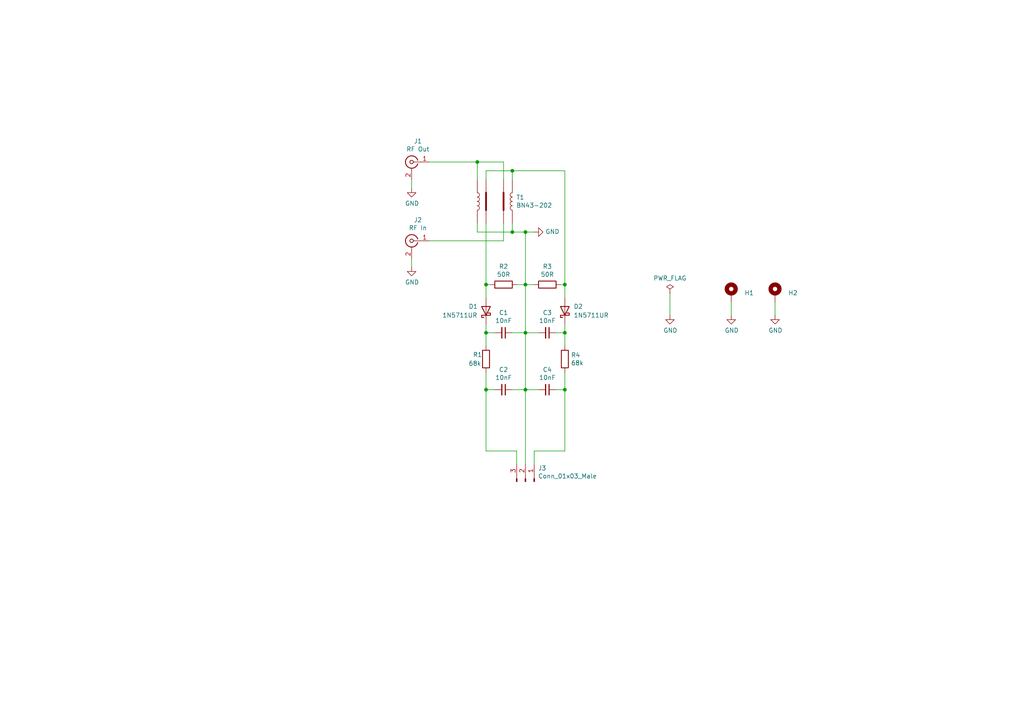
<source format=kicad_sch>
(kicad_sch (version 20210621) (generator eeschema)
  (paper "A4")
  (title_block (title "SWR/Power meter") (date "2021-03-20") (company "R1CBU"))
  (lib_symbols
    (symbol "Connector:Conn_01x03_Male" (pin_names (offset 1.016) hide)
      (property "Reference" "J" (at 0 5.08 0))
      (property "Value" "Conn_01x03_Male" (at 0 -5.08 0))
      (symbol "Conn_01x03_Male_1_1"
        (rectangle (start 0.8636 -2.413) (end 0 -2.667) (stroke (width 0.1524)) (fill (type outline)))
        (rectangle (start 0.8636 0.127) (end 0 -0.127) (stroke (width 0.1524)) (fill (type outline)))
        (rectangle (start 0.8636 2.667) (end 0 2.413) (stroke (width 0.1524)) (fill (type outline)))
        (polyline (pts (xy 1.27 -2.54) (xy 0.8636 -2.54)) (stroke (width 0.1524)))
        (polyline (pts (xy 1.27 0) (xy 0.8636 0)) (stroke (width 0.1524)))
        (polyline (pts (xy 1.27 2.54) (xy 0.8636 2.54)) (stroke (width 0.1524)))
        (pin passive line (at 5.08 2.54 180) (length 3.81) (name "Pin_1") (number "1"))
        (pin passive line (at 5.08 0 180) (length 3.81) (name "Pin_2") (number "2"))
        (pin passive line (at 5.08 -2.54 180) (length 3.81) (name "Pin_3") (number "3"))
      )
    )
    (symbol "Connector:Conn_Coaxial" (pin_names (offset 1.016) hide)
      (property "Reference" "J" (at 0.254 3.048 0))
      (property "Value" "Conn_Coaxial" (at 2.921 0 90))
      (symbol "Conn_Coaxial_0_1"
        (arc (start -1.778 0.508) (end 1.778 0) (radius (at -0.0508 0) (length 1.8034) (angles 163.6 0)) (stroke (width 0.254)))
        (arc (start 1.778 0) (end -1.778 -0.508) (radius (at -0.0254 0) (length 1.8034) (angles 0 -163.8)) (stroke (width 0.254)))
        (circle (center 0 0) (radius 0.508) (stroke (width 0.2032)))
        (polyline (pts (xy -2.54 0) (xy -0.508 0)))
        (polyline (pts (xy 0 -2.54) (xy 0 -1.778)))
      )
      (symbol "Conn_Coaxial_1_1"
        (pin passive line (at -5.08 0 0) (length 2.54) (name "In") (number "1"))
        (pin passive line (at 0 -5.08 90) (length 2.54) (name "Ext") (number "2"))
      )
    )
    (symbol "Device:C_Small" (pin_numbers hide) (pin_names (offset 0.254) hide)
      (property "Reference" "C" (at 0.254 1.778 0))
      (property "Value" "C_Small" (at 0.254 -2.032 0))
      (symbol "C_Small_0_1"
        (polyline (pts (xy -1.524 -0.508) (xy 1.524 -0.508)) (stroke (width 0.3302)))
        (polyline (pts (xy -1.524 0.508) (xy 1.524 0.508)) (stroke (width 0.3048)))
      )
      (symbol "C_Small_1_1"
        (pin passive line (at 0 2.54 270) (length 2.032) (name "~") (number "1"))
        (pin passive line (at 0 -2.54 90) (length 2.032) (name "~") (number "2"))
      )
    )
    (symbol "Device:R" (pin_numbers hide) (pin_names (offset 0))
      (property "Reference" "R" (at 2.032 0 90))
      (property "Value" "R" (at 0 0 90))
      (symbol "R_0_1"
        (rectangle (start -1.016 -2.54) (end 1.016 2.54) (stroke (width 0.254)))
      )
      (symbol "R_1_1"
        (pin passive line (at 0 3.81 270) (length 1.27) (name "~") (number "1"))
        (pin passive line (at 0 -3.81 90) (length 1.27) (name "~") (number "2"))
      )
    )
    (symbol "Diode:BAT41" (pin_numbers hide) (pin_names (offset 1.016) hide)
      (property "Reference" "D" (at 0 2.54 0))
      (property "Value" "BAT41" (at 0 -2.54 0))
      (symbol "BAT41_0_1"
        (polyline (pts (xy 1.27 0) (xy -1.27 0)))
        (polyline (pts (xy 1.27 1.27) (xy 1.27 -1.27) (xy -1.27 0) (xy 1.27 1.27)) (stroke (width 0.254)))
        (polyline (pts (xy -1.905 0.635) (xy -1.905 1.27) (xy -1.27 1.27) (xy -1.27 -1.27) (xy -0.635 -1.27) (xy -0.635 -0.635)) (stroke (width 0.254)))
      )
      (symbol "BAT41_1_1"
        (pin passive line (at -3.81 0 0) (length 2.54) (name "K") (number "1"))
        (pin passive line (at 3.81 0 180) (length 2.54) (name "A") (number "2"))
      )
    )
    (symbol "Mechanical:MountingHole_Pad" (pin_numbers hide) (pin_names (offset 1.016) hide)
      (property "Reference" "H" (at 0 6.35 0))
      (property "Value" "MountingHole_Pad" (at 0 4.445 0))
      (symbol "MountingHole_Pad_0_1"
        (circle (center 0 1.27) (radius 1.27) (stroke (width 1.27)))
      )
      (symbol "MountingHole_Pad_1_1"
        (pin input line (at 0 -2.54 90) (length 2.54) (name "1") (number "1"))
      )
    )
    (symbol "R1CBU:TandemMatch" (pin_numbers hide) (pin_names (offset 1.016) hide)
      (property "Reference" "T" (at 1.27 -3.81 0))
      (property "Value" "TandemMatch" (at 1.27 8.89 0))
      (symbol "TandemMatch_0_1"
        (arc (start -5.08 -2.54) (end -5.08 -1.27) (radius (at -5.08 -1.905) (length 0.635) (angles -89.9 89.9)))
        (arc (start -5.08 -1.27) (end -5.08 0) (radius (at -5.08 -0.635) (length 0.635) (angles -89.9 89.9)))
        (arc (start -5.08 0) (end -5.08 1.27) (radius (at -5.08 0.635) (length 0.635) (angles -89.9 89.9)))
        (arc (start -5.08 1.27) (end -5.08 2.54) (radius (at -5.08 1.905) (length 0.635) (angles -89.9 89.9)))
        (arc (start 5.08 -1.27) (end 5.08 -2.54) (radius (at 5.08 -1.905) (length 0.635) (angles 90.1 -90.1)))
        (arc (start 5.08 0) (end 5.08 -1.27) (radius (at 5.08 -0.635) (length 0.635) (angles 90.1 -90.1)))
        (arc (start 5.08 1.27) (end 5.08 0) (radius (at 5.08 0.635) (length 0.635) (angles 90.1 -90.1)))
        (arc (start 5.08 2.54) (end 5.08 1.27) (radius (at 5.08 1.905) (length 0.635) (angles 90.1 -90.1)))
        (polyline (pts (xy -5.08 -2.54) (xy -5.08 -3.81)))
        (polyline (pts (xy -5.08 3.81) (xy -5.08 2.54)))
        (polyline (pts (xy -2.54 -2.54) (xy -2.54 -3.81)))
        (polyline (pts (xy -2.54 -2.54) (xy -2.54 2.54)) (stroke (width 0.508)))
        (polyline (pts (xy -2.54 3.81) (xy -2.54 2.54)))
        (polyline (pts (xy 2.54 -2.54) (xy 2.54 -3.81)))
        (polyline (pts (xy 2.54 2.54) (xy 2.54 -2.54)) (stroke (width 0.508)))
        (polyline (pts (xy 2.54 3.81) (xy 2.54 2.54)))
        (polyline (pts (xy 5.08 -2.54) (xy 5.08 -3.81)))
        (polyline (pts (xy 5.08 3.81) (xy 5.08 2.54)))
      )
      (symbol "TandemMatch_1_1"
        (pin passive line (at -5.08 6.35 270) (length 2.54) (name "~") (number "1"))
        (pin passive line (at -2.54 6.35 270) (length 2.54) (name "~") (number "2"))
        (pin passive line (at 2.54 6.35 270) (length 2.54) (name "~") (number "3"))
        (pin passive line (at 5.08 6.35 270) (length 2.54) (name "~") (number "4"))
        (pin passive line (at -5.08 -6.35 90) (length 2.54) (name "~") (number "5"))
        (pin passive line (at -2.54 -6.35 90) (length 2.54) (name "~") (number "6"))
        (pin passive line (at 2.54 -6.35 90) (length 2.54) (name "~") (number "7"))
        (pin passive line (at 5.08 -6.35 90) (length 2.54) (name "~") (number "8"))
      )
    )
    (symbol "power:GND" (power) (pin_names (offset 0))
      (property "Value" "GND" (at 0 -3.81 0))
      (symbol "GND_0_1"
        (polyline (pts (xy 0 0) (xy 0 -1.27) (xy 1.27 -1.27) (xy 0 -2.54) (xy -1.27 -1.27) (xy 0 -1.27)))
      )
      (symbol "GND_1_1"
        (pin power_in line (at 0 0 270) (length 0) hide (name "GND") (number "1"))
      )
    )
    (symbol "power:PWR_FLAG" (power) (pin_numbers hide) (pin_names (offset 0) hide)
      (property "Value" "PWR_FLAG" (at 0 3.81 0))
      (symbol "PWR_FLAG_0_0"
        (pin power_out line (at 0 0 90) (length 0) (name "pwr") (number "1"))
      )
      (symbol "PWR_FLAG_0_1"
        (polyline (pts (xy 0 0) (xy 0 1.27) (xy -1.016 1.905) (xy 0 2.54) (xy 1.016 1.905) (xy 0 1.27)))
      )
    )
  )
  (junction (at 138.43 46.99))
  (junction (at 140.97 82.55))
  (junction (at 140.97 96.52))
  (junction (at 140.97 113.03))
  (junction (at 148.59 49.53))
  (junction (at 148.59 67.31))
  (junction (at 152.4 67.31))
  (junction (at 152.4 82.55))
  (junction (at 152.4 96.52))
  (junction (at 152.4 113.03))
  (junction (at 163.83 82.55))
  (junction (at 163.83 96.52))
  (junction (at 163.83 113.03))
  (wire (pts (xy 119.38 52.07) (xy 119.38 54.61)))
  (wire (pts (xy 119.38 74.93) (xy 119.38 77.47)))
  (wire (pts (xy 138.43 46.99) (xy 124.46 46.99)))
  (wire (pts (xy 138.43 46.99) (xy 138.43 52.07)))
  (wire (pts (xy 138.43 64.77) (xy 138.43 67.31)))
  (wire (pts (xy 138.43 67.31) (xy 148.59 67.31)))
  (wire (pts (xy 140.97 49.53) (xy 148.59 49.53)))
  (wire (pts (xy 140.97 52.07) (xy 140.97 49.53)))
  (wire (pts (xy 140.97 64.77) (xy 140.97 82.55)))
  (wire (pts (xy 140.97 82.55) (xy 140.97 86.36)))
  (wire (pts (xy 140.97 82.55) (xy 142.24 82.55)))
  (wire (pts (xy 140.97 93.98) (xy 140.97 96.52)))
  (wire (pts (xy 140.97 96.52) (xy 140.97 100.33)))
  (wire (pts (xy 140.97 96.52) (xy 143.51 96.52)))
  (wire (pts (xy 140.97 107.95) (xy 140.97 113.03)))
  (wire (pts (xy 140.97 113.03) (xy 140.97 130.81)))
  (wire (pts (xy 140.97 113.03) (xy 143.51 113.03)))
  (wire (pts (xy 140.97 130.81) (xy 149.86 130.81)))
  (wire (pts (xy 146.05 46.99) (xy 138.43 46.99)))
  (wire (pts (xy 146.05 52.07) (xy 146.05 46.99)))
  (wire (pts (xy 146.05 64.77) (xy 146.05 69.85)))
  (wire (pts (xy 146.05 69.85) (xy 124.46 69.85)))
  (wire (pts (xy 148.59 49.53) (xy 148.59 52.07)))
  (wire (pts (xy 148.59 49.53) (xy 163.83 49.53)))
  (wire (pts (xy 148.59 67.31) (xy 148.59 64.77)))
  (wire (pts (xy 148.59 67.31) (xy 152.4 67.31)))
  (wire (pts (xy 148.59 96.52) (xy 152.4 96.52)))
  (wire (pts (xy 148.59 113.03) (xy 152.4 113.03)))
  (wire (pts (xy 149.86 82.55) (xy 152.4 82.55)))
  (wire (pts (xy 149.86 130.81) (xy 149.86 134.62)))
  (wire (pts (xy 152.4 67.31) (xy 152.4 82.55)))
  (wire (pts (xy 152.4 67.31) (xy 154.94 67.31)))
  (wire (pts (xy 152.4 82.55) (xy 152.4 96.52)))
  (wire (pts (xy 152.4 82.55) (xy 154.94 82.55)))
  (wire (pts (xy 152.4 96.52) (xy 152.4 113.03)))
  (wire (pts (xy 152.4 96.52) (xy 156.21 96.52)))
  (wire (pts (xy 152.4 113.03) (xy 152.4 134.62)))
  (wire (pts (xy 152.4 113.03) (xy 156.21 113.03)))
  (wire (pts (xy 154.94 130.81) (xy 154.94 134.62)))
  (wire (pts (xy 161.29 96.52) (xy 163.83 96.52)))
  (wire (pts (xy 161.29 113.03) (xy 163.83 113.03)))
  (wire (pts (xy 163.83 49.53) (xy 163.83 82.55)))
  (wire (pts (xy 163.83 82.55) (xy 162.56 82.55)))
  (wire (pts (xy 163.83 82.55) (xy 163.83 86.36)))
  (wire (pts (xy 163.83 93.98) (xy 163.83 96.52)))
  (wire (pts (xy 163.83 96.52) (xy 163.83 100.33)))
  (wire (pts (xy 163.83 113.03) (xy 163.83 107.95)))
  (wire (pts (xy 163.83 113.03) (xy 163.83 130.81)))
  (wire (pts (xy 163.83 130.81) (xy 154.94 130.81)))
  (wire (pts (xy 194.31 85.09) (xy 194.31 91.44)))
  (wire (pts (xy 212.09 87.63) (xy 212.09 91.44)))
  (wire (pts (xy 224.79 87.63) (xy 224.79 91.44)))
  (symbol (lib_id "power:PWR_FLAG") (at 194.31 85.09 0) (unit 1)
    (property "Reference" "#FLG01" (effects hide))
    (property "Value" "PWR_FLAG" (at 194.31 80.6958 0))
  )
  (symbol (lib_id "power:GND") (at 119.38 54.61 0) (unit 1)
    (property "Reference" "#PWR0101" (effects hide))
    (property "Value" "GND" (at 119.507 59.0042 0))
  )
  (symbol (lib_id "power:GND") (at 119.38 77.47 0) (unit 1)
    (property "Reference" "#PWR0102" (effects hide))
    (property "Value" "GND" (at 119.507 81.8642 0))
  )
  (symbol (lib_id "power:GND") (at 154.94 67.31 90) (unit 1)
    (property "Reference" "#PWR01" (effects hide))
    (property "Value" "GND" (at 158.1912 67.183 90) (effects (justify right)))
  )
  (symbol (lib_id "power:GND") (at 194.31 91.44 0) (unit 1)
    (property "Reference" "#PWR02" (effects hide))
    (property "Value" "GND" (at 194.437 95.8342 0))
  )
  (symbol (lib_id "power:GND") (at 212.09 91.44 0) (unit 1)
    (property "Reference" "#PWR0103" (effects hide))
    (property "Value" "GND" (at 212.217 95.8342 0))
  )
  (symbol (lib_id "power:GND") (at 224.79 91.44 0) (unit 1)
    (property "Reference" "#PWR0104" (effects hide))
    (property "Value" "GND" (at 224.917 95.8342 0))
  )
  (symbol (lib_id "Device:R") (at 140.97 104.14 0) (unit 1)
    (property "Reference" "R1" (at 137.16 102.87 0) (effects (justify left)))
    (property "Value" "68k" (at 135.89 105.41 0) (effects (justify left)))
    (property "Footprint" "Resistor_SMD:R_0603_1608Metric_Pad0.98x0.95mm_HandSolder" (effects hide))
  )
  (symbol (lib_id "Device:R") (at 146.05 82.55 270) (unit 1)
    (property "Reference" "R2" (at 146.05 77.2922 90))
    (property "Value" "50R" (at 146.05 79.6036 90))
    (property "Footprint" "Resistor_SMD:R_2512_6332Metric_Pad1.40x3.35mm_HandSolder" (effects hide))
  )
  (symbol (lib_id "Device:R") (at 158.75 82.55 270) (unit 1)
    (property "Reference" "R3" (at 158.75 77.2922 90))
    (property "Value" "50R" (at 158.75 79.6036 90))
    (property "Footprint" "Resistor_SMD:R_2512_6332Metric_Pad1.40x3.35mm_HandSolder" (effects hide))
  )
  (symbol (lib_id "Device:R") (at 163.83 104.14 0) (unit 1)
    (property "Reference" "R4" (at 165.608 102.9716 0) (effects (justify left)))
    (property "Value" "68k" (at 165.608 105.283 0) (effects (justify left)))
    (property "Footprint" "Resistor_SMD:R_0603_1608Metric_Pad0.98x0.95mm_HandSolder" (effects hide))
  )
  (symbol (lib_id "Device:C_Small") (at 146.05 96.52 270) (unit 1)
    (property "Reference" "C1" (at 146.05 90.7034 90))
    (property "Value" "10nF" (at 146.05 93.0148 90))
    (property "Footprint" "Capacitor_SMD:C_0603_1608Metric_Pad1.08x0.95mm_HandSolder" (effects hide))
  )
  (symbol (lib_id "Device:C_Small") (at 146.05 113.03 270) (unit 1)
    (property "Reference" "C2" (at 146.05 107.2134 90))
    (property "Value" "10nF" (at 146.05 109.5248 90))
    (property "Footprint" "Capacitor_SMD:C_0603_1608Metric_Pad1.08x0.95mm_HandSolder" (effects hide))
  )
  (symbol (lib_id "Device:C_Small") (at 158.75 96.52 270) (unit 1)
    (property "Reference" "C3" (at 158.75 90.7034 90))
    (property "Value" "10nF" (at 158.75 93.0148 90))
    (property "Footprint" "Capacitor_SMD:C_0603_1608Metric_Pad1.08x0.95mm_HandSolder" (effects hide))
  )
  (symbol (lib_id "Device:C_Small") (at 158.75 113.03 270) (unit 1)
    (property "Reference" "C4" (at 158.75 107.2134 90))
    (property "Value" "10nF" (at 158.75 109.5248 90))
    (property "Footprint" "Capacitor_SMD:C_0603_1608Metric_Pad1.08x0.95mm_HandSolder" (effects hide))
  )
  (symbol (lib_id "Mechanical:MountingHole_Pad") (at 212.09 85.09 0) (unit 1)
    (property "Reference" "H1" (at 215.9 84.9629 0) (effects (justify left)))
    (property "Value" "MountingHole_Pad" (effects hide))
    (property "Footprint" "MountingHole:MountingHole_3.5mm_Pad" (effects hide))
  )
  (symbol (lib_id "Mechanical:MountingHole_Pad") (at 224.79 85.09 0) (unit 1)
    (property "Reference" "H2" (at 228.6 84.9629 0) (effects (justify left)))
    (property "Value" "MountingHole_Pad" (effects hide))
    (property "Footprint" "MountingHole:MountingHole_3.5mm_Pad" (effects hide))
  )
  (symbol (lib_id "Diode:BAT41") (at 140.97 90.17 90) (unit 1)
    (property "Reference" "D1" (at 135.89 88.9 90) (effects (justify right)))
    (property "Value" "1N5711UR" (at 128.27 91.44 90) (effects (justify right)))
    (property "Footprint" "Diode_SMD:D_MELF" (effects hide))
    (property "Datasheet" "http://www.vishay.com/docs/85659/bat41.pdf" (effects hide))
  )
  (symbol (lib_id "Diode:BAT41") (at 163.83 90.17 90) (unit 1)
    (property "Reference" "D2" (at 166.37 88.9 90) (effects (justify right)))
    (property "Value" "1N5711UR" (at 166.37 91.44 90) (effects (justify right)))
    (property "Footprint" "Diode_SMD:D_MELF" (effects hide))
    (property "Datasheet" "http://www.vishay.com/docs/85659/bat41.pdf" (effects hide))
  )
  (symbol (lib_id "Connector:Conn_01x03_Male") (at 152.4 139.7 270) (mirror x) (unit 1)
    (property "Reference" "J3" (at 156.0576 135.7884 90) (effects (justify left)))
    (property "Value" "Conn_01x03_Male" (at 156.0576 138.0998 90) (effects (justify left)))
    (property "Footprint" "Connector_PinHeader_2.54mm:PinHeader_1x03_P2.54mm_Vertical" (effects hide))
  )
  (symbol (lib_id "Connector:Conn_Coaxial") (at 119.38 46.99 0) (mirror y) (unit 1)
    (property "Reference" "J1" (at 121.2088 40.9448 0))
    (property "Value" "RF Out" (at 121.2088 43.2562 0))
    (property "Footprint" "kicad:RFSOLUTIONS_CON-SMA-EDGE-S" (effects hide))
    (property "Datasheet" " ~" (effects hide))
  )
  (symbol (lib_id "Connector:Conn_Coaxial") (at 119.38 69.85 0) (mirror y) (unit 1)
    (property "Reference" "J2" (at 121.2088 63.8048 0))
    (property "Value" "RF In" (at 121.2088 66.1162 0))
    (property "Footprint" "kicad:RFSOLUTIONS_CON-SMA-EDGE-S" (effects hide))
    (property "Datasheet" " ~" (effects hide))
  )
  (symbol (lib_id "R1CBU:TandemMatch") (at 143.51 58.42 0) (unit 1)
    (property "Reference" "T1" (at 149.7076 57.2516 0) (effects (justify left)))
    (property "Value" "BN43-202" (at 149.7076 59.563 0) (effects (justify left)))
    (property "Footprint" "kicad:BN43-202" (effects hide))
  )
)
</source>
